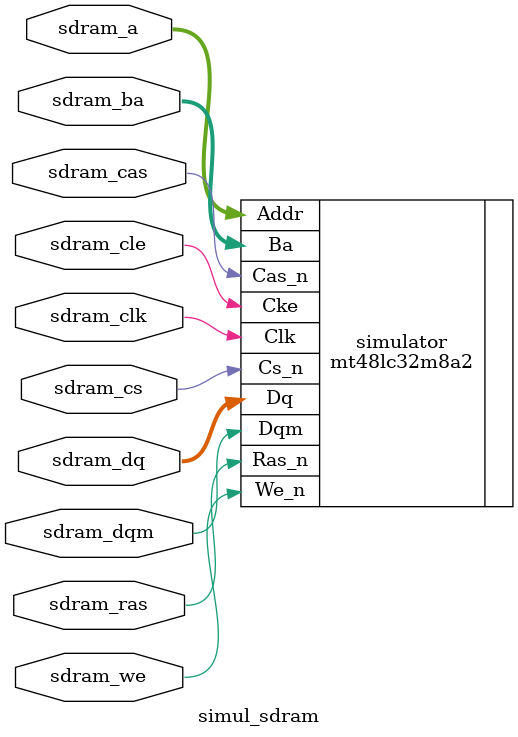
<source format=v>
module simul_sdram(
    input sdram_clk,
    input sdram_cle,
    input sdram_dqm,
    input sdram_cs,
    input sdram_we,
    input sdram_cas,
    input sdram_ras,
    input [1:0]  sdram_ba,
    input [12:0] sdram_a,
	  inout [7:0]  sdram_dq);

mt48lc32m8a2 simulator(
  .Dq(sdram_dq),
  .Addr(sdram_a),
  .Ba(sdram_ba),
  .Clk(sdram_clk),
  .Cke(sdram_cle),
  .Cs_n(sdram_cs),
  .Ras_n(sdram_ras),
  .Cas_n(sdram_cas),
  .We_n(sdram_we),
  .Dqm(sdram_dqm)
);

endmodule


</source>
